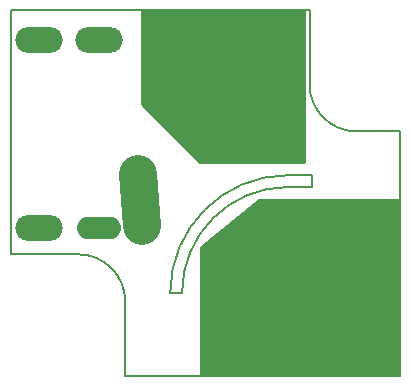
<source format=gbr>
G04 #@! TF.FileFunction,Soldermask,Bot*
%FSLAX46Y46*%
G04 Gerber Fmt 4.6, Leading zero omitted, Abs format (unit mm)*
G04 Created by KiCad (PCBNEW 4.0.7) date 10/05/18 13:25:49*
%MOMM*%
%LPD*%
G01*
G04 APERTURE LIST*
%ADD10C,0.100000*%
%ADD11C,0.150000*%
%ADD12C,3.600000*%
%ADD13O,4.000000X2.200000*%
%ADD14O,3.720000X1.920000*%
%ADD15C,3.200000*%
%ADD16C,0.254000*%
G04 APERTURE END LIST*
D10*
D11*
X135500000Y-110000000D02*
X133500000Y-110000000D01*
X135500000Y-109000000D02*
X135500000Y-110000000D01*
X133500000Y-109000000D02*
X135500000Y-109000000D01*
X123500000Y-119000000D02*
X124500000Y-119000000D01*
X133500000Y-109000000D02*
G75*
G03X123500000Y-119000000I0J-10000000D01*
G01*
X133500000Y-110000000D02*
G75*
G03X124500000Y-119000000I0J-9000000D01*
G01*
X139300000Y-105300000D02*
X143000000Y-105300000D01*
X135300000Y-101300000D02*
X135300000Y-95000000D01*
X115700000Y-115700000D02*
X110000000Y-115700000D01*
X119700000Y-119700000D02*
X119700000Y-126000000D01*
X119700000Y-119700000D02*
G75*
G03X115700000Y-115700000I-4000000J0D01*
G01*
X135300000Y-101300000D02*
G75*
G03X139300000Y-105300000I4000000J0D01*
G01*
X143000000Y-126000000D02*
X119700000Y-126000000D01*
X143000000Y-105300000D02*
X143000000Y-126000000D01*
X110000000Y-95000000D02*
X135300000Y-95000000D01*
X110000000Y-115700000D02*
X110000000Y-95000000D01*
D12*
X132800000Y-101400000D03*
X128600000Y-120700000D03*
X123000000Y-101300000D03*
X137300000Y-114200000D03*
D13*
X133820000Y-120700000D03*
X138900000Y-120700000D03*
D14*
X117500000Y-113500000D03*
D13*
X112420000Y-113500000D03*
X125320000Y-97600000D03*
X130400000Y-97600000D03*
D15*
X125589286Y-103734593D02*
X131120340Y-104610627D01*
X129111111Y-117160220D02*
X133523971Y-113712516D01*
X120758257Y-108908372D02*
X121141743Y-113291628D01*
D13*
X112420000Y-97600000D03*
X117500000Y-97600000D03*
D16*
G36*
X142873000Y-125873000D02*
X126127000Y-125873000D01*
X126127000Y-115061039D01*
X131044549Y-111127000D01*
X142873000Y-111127000D01*
X142873000Y-125873000D01*
X142873000Y-125873000D01*
G37*
X142873000Y-125873000D02*
X126127000Y-125873000D01*
X126127000Y-115061039D01*
X131044549Y-111127000D01*
X142873000Y-111127000D01*
X142873000Y-125873000D01*
G36*
X134873000Y-107873000D02*
X126052606Y-107873000D01*
X121127000Y-102947394D01*
X121127000Y-95127000D01*
X134873000Y-95127000D01*
X134873000Y-107873000D01*
X134873000Y-107873000D01*
G37*
X134873000Y-107873000D02*
X126052606Y-107873000D01*
X121127000Y-102947394D01*
X121127000Y-95127000D01*
X134873000Y-95127000D01*
X134873000Y-107873000D01*
M02*

</source>
